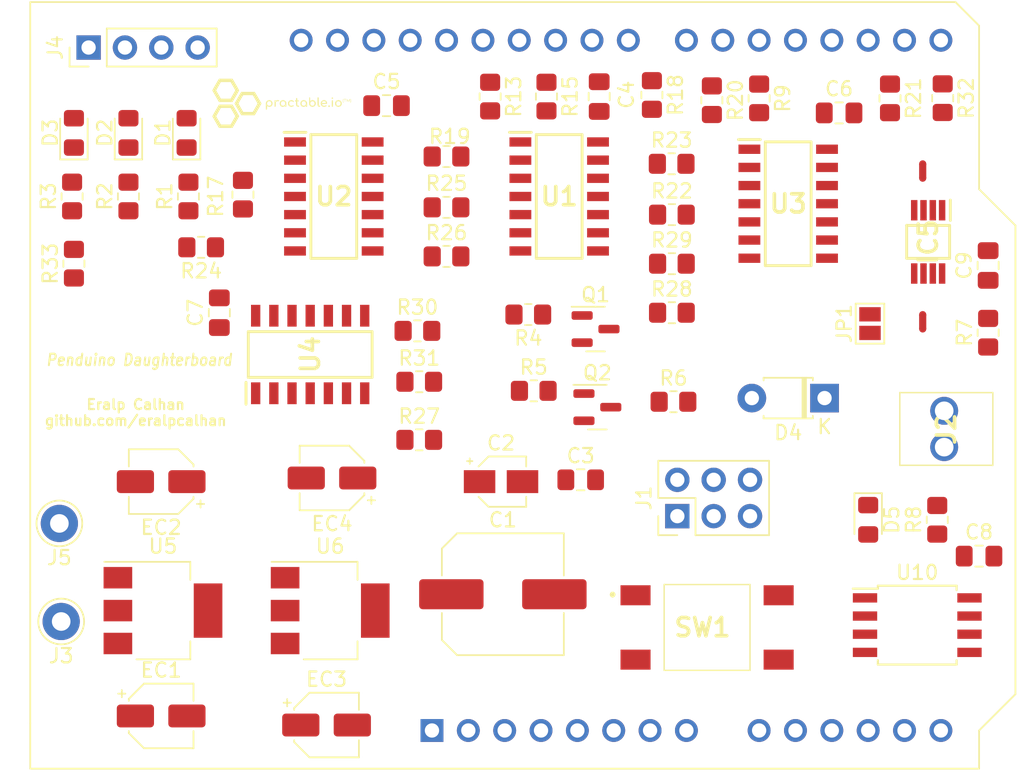
<source format=kicad_pcb>
(kicad_pcb (version 20211014) (generator pcbnew)
  (layers (0 "F.Cu" signal) (31 "B.Cu" signal) (34 "B.Paste" user) (35 "F.Paste" user) (36 "B.SilkS" user "B.Silkscreen") (37 "F.SilkS" user "F.Silkscreen") (38 "B.Mask" user) (39 "F.Mask" user) (44 "Edge.Cuts" user))
  (net 0 "")
  (net 5 "D_5V")
  (net 7 "D_GND")
  (net 9 "CURRENT_SENSE_OUT")
  (net 10 "CURRENT_SIGN_OUT")
  (net 17 "SUP_LED_2")
  (net 19 "LOAD_INPUT")
  (net 20 "STUDENT_ENABLE")
  (net 21 "STU_LED_1")
  (net 22 "STU_LED_2")
  (net 23 "STU_LED_3")
  (net 24 "SUP_LED_3")
  (net 25 "SUP_LED_1")
  (net 27 "DRIVE_INPUT")
  (net 32 "PEND_3.3V")
  (net 33 "DRIVE_GND")
  (net 34 "D_3.3V")
  (net 35 "Net-(D1-Pad1)")
  (net 36 "Net-(D1-Pad2)")
  (net 37 "Net-(D2-Pad1)")
  (net 38 "Net-(D2-Pad2)")
  (net 39 "Net-(D3-Pad1)")
  (net 40 "Net-(D3-Pad2)")
  (net 41 "Net-(D4-Pad2)")
  (net 42 "Net-(D5-Pad2)")
  (net 43 "/Linear Voltage Conversion/DRIVE_5V")
  (net 44 "Net-(IC5-Pad3)")
  (net 47 "Net-(IC5-Pad6)")
  (net 48 "Net-(J1-Pad4)")
  (net 49 "Net-(J1-Pad5)")
  (net 50 "Net-(J2-Pad2)")
  (net 51 "Net-(Q1-Pad1)")
  (net 52 "Net-(Q2-Pad1)")
  (net 53 "DRIVE_OUT")
  (net 54 "LOAD_OUT")
  (net 55 "Net-(R17-Pad1)")
  (net 56 "Net-(R19-Pad1)")
  (net 57 "Net-(R22-Pad1)")
  (net 58 "Net-(R24-Pad1)")
  (net 59 "Net-(R25-Pad1)")
  (net 60 "Net-(R26-Pad1)")
  (net 61 "Net-(R27-Pad1)")
  (net 62 "Net-(R28-Pad1)")
  (net 63 "Net-(R29-Pad1)")
  (net 64 "Net-(R30-Pad1)")
  (net 65 "Net-(R31-Pad1)")
  (net 66 "Net-(R32-Pad1)")
  (net 67 "Net-(R33-Pad1)")
  (footprint "Resistor_SMD:R_0805_2012Metric_Pad1.20x1.40mm_HandSolder" (layer "F.Cu") (at 136.017 69.723 -90)
    (fp_text reference "R13" (at 0 -1.65 90) (layer "F.SilkS"))
    (fp_text value "10k")
    (pad "1" smd roundrect (at -1 0 270) (size 1.2 1.4) (layers "F.Cu" "F.Paste" "F.Mask") (roundrect_rratio 0.208333) (net 25 "SUP_LED_1"))
    (pad "2" smd roundrect (at 1 0 270) (size 1.2 1.4) (layers "F.Cu" "F.Paste" "F.Mask") (roundrect_rratio 0.208333) (net 7 "D_GND"))
  )
  (footprint "Resistor_SMD:R_0805_2012Metric_Pad1.20x1.40mm_HandSolder" (layer "F.Cu") (at 131.064 93.726)
    (fp_text reference "R27" (at 0 -1.65) (layer "F.SilkS"))
    (fp_text value "10k")
    (pad "1" smd roundrect (at -1 0) (size 1.2 1.4) (layers "F.Cu" "F.Paste" "F.Mask") (roundrect_rratio 0.208333) (net 61 "Net-(R27-Pad1)"))
    (pad "2" smd roundrect (at 1 0) (size 1.2 1.4) (layers "F.Cu" "F.Paste" "F.Mask") (roundrect_rratio 0.208333) (net 7 "D_GND"))
  )
  (footprint "Capacitor_SMD:CP_Elec_3x5.3" (layer "F.Cu") (at 136.779 96.647)
    (fp_text reference "C2" (at 0 -2.7) (layer "F.SilkS"))
    (fp_text value "10u")
    (pad "1" smd rect (at -1.5 0) (size 2.2 1.6) (layers "F.Cu" "F.Paste" "F.Mask") (net 32 "PEND_3.3V"))
    (pad "2" smd rect (at 1.5 0) (size 2.2 1.6) (layers "F.Cu" "F.Paste" "F.Mask") (net 33 "DRIVE_GND"))
  )
  (footprint "Resistor_SMD:R_0805_2012Metric_Pad1.20x1.40mm_HandSolder" (layer "F.Cu") (at 130.937 86.106)
    (fp_text reference "R30" (at 0 -1.65) (layer "F.SilkS"))
    (fp_text value "10k")
    (pad "1" smd roundrect (at -1 0) (size 1.2 1.4) (layers "F.Cu" "F.Paste" "F.Mask") (roundrect_rratio 0.208333) (net 64 "Net-(R30-Pad1)"))
    (pad "2" smd roundrect (at 1 0) (size 1.2 1.4) (layers "F.Cu" "F.Paste" "F.Mask") (roundrect_rratio 0.208333) (net 7 "D_GND"))
  )
  (footprint "Resistor_SMD:R_0805_2012Metric_Pad1.20x1.40mm_HandSolder" (layer "F.Cu") (at 167.64 69.834 -90)
    (fp_text reference "R32" (at 0 -1.65 90) (layer "F.SilkS"))
    (fp_text value "10k")
    (pad "1" smd roundrect (at -1 0 270) (size 1.2 1.4) (layers "F.Cu" "F.Paste" "F.Mask") (roundrect_rratio 0.208333) (net 66 "Net-(R32-Pad1)"))
    (pad "2" smd roundrect (at 1 0 270) (size 1.2 1.4) (layers "F.Cu" "F.Paste" "F.Mask") (roundrect_rratio 0.208333) (net 7 "D_GND"))
  )
  (footprint "Capacitor_SMD:CP_Elec_4x5.4" (layer "F.Cu") (at 113.03 113.03)
    (fp_text reference "EC1" (at 0 -3.2) (layer "F.SilkS"))
    (fp_text value "10u")
    (pad "1" smd roundrect (at -1.8 0) (size 2.6 1.6) (layers "F.Cu" "F.Paste" "F.Mask") (roundrect_rratio 0.15625) (net 5 "D_5V"))
    (pad "2" smd roundrect (at 1.8 0) (size 2.6 1.6) (layers "F.Cu" "F.Paste" "F.Mask") (roundrect_rratio 0.15625) (net 7 "D_GND"))
  )
  (footprint "Resistor_SMD:R_0805_2012Metric_Pad1.20x1.40mm_HandSolder" (layer "F.Cu") (at 151.511 69.977 -90)
    (fp_text reference "R20" (at 0 -1.65 90) (layer "F.SilkS"))
    (fp_text value "10k")
    (pad "1" smd roundrect (at -1 0 270) (size 1.2 1.4) (layers "F.Cu" "F.Paste" "F.Mask") (roundrect_rratio 0.208333) (net 21 "STU_LED_1"))
    (pad "2" smd roundrect (at 1 0 270) (size 1.2 1.4) (layers "F.Cu" "F.Paste" "F.Mask") (roundrect_rratio 0.208333) (net 7 "D_GND"))
  )
  (footprint "Resistor_SMD:R_0805_2012Metric_Pad1.20x1.40mm_HandSolder" (layer "F.Cu") (at 114.935 76.708 90)
    (fp_text reference "R1" (at 0 -1.65 90) (layer "F.SilkS"))
    (fp_text value "330")
    (pad "1" smd roundrect (at -1 0 90) (size 1.2 1.4) (layers "F.Cu" "F.Paste" "F.Mask") (roundrect_rratio 0.208333) (net 7 "D_GND"))
    (pad "2" smd roundrect (at 1 0 90) (size 1.2 1.4) (layers "F.Cu" "F.Paste" "F.Mask") (roundrect_rratio 0.208333) (net 35 "Net-(D1-Pad1)"))
  )
  (footprint "Package_SO:SOIC127P600X175-14N" (layer "F.Cu") (at 125.095 76.708)
    (fp_text reference "U2" (at 0 0) (layer "F.SilkS") (effects (font (size 1.27 1.27) (thickness 0.254))))
    (fp_text value "4011" hide)
    (pad "1" smd rect locked (at -2.712 -3.81 90) (size 0.65 1.525) (layers "F.Cu" "F.Paste" "F.Mask") (net 24 "SUP_LED_3"))
    (pad "2" smd rect locked (at -2.712 -2.54 90) (size 0.65 1.525) (layers "F.Cu" "F.Paste" "F.Mask") (net 55 "Net-(R17-Pad1)"))
    (pad "3" smd rect locked (at -2.712 -1.27 90) (size 0.65 1.525) (layers "F.Cu" "F.Paste" "F.Mask") (net 58 "Net-(R24-Pad1)"))
    (pad "4" smd rect locked (at -2.712 0 90) (size 0.65 1.525) (layers "F.Cu" "F.Paste" "F.Mask") (net 58 "Net-(R24-Pad1)"))
    (pad "5" smd rect locked (at -2.712 1.27 90) (size 0.65 1.525) (layers "F.Cu" "F.Paste" "F.Mask") (net 58 "Net-(R24-Pad1)"))
    (pad "6" smd rect locked (at -2.712 2.54 90) (size 0.65 1.525) (layers "F.Cu" "F.Paste" "F.Mask") (net 64 "Net-(R30-Pad1)"))
    (pad "7" smd rect locked (at -2.712 3.81 90) (size 0.65 1.525) (layers "F.Cu" "F.Paste" "F.Mask") (net 7 "D_GND"))
    (pad "8" smd rect locked (at 2.712 3.81 90) (size 0.65 1.525) (layers "F.Cu" "F.Paste" "F.Mask") (net 60 "Net-(R26-Pad1)"))
    (pad "9" smd rect locked (at 2.712 2.54 90) (size 0.65 1.525) (layers "F.Cu" "F.Paste" "F.Mask") (net 20 "STUDENT_ENABLE"))
    (pad "10" smd rect locked (at 2.712 1.27 90) (size 0.65 1.525) (layers "F.Cu" "F.Paste" "F.Mask") (net 23 "STU_LED_3"))
    (pad "11" smd rect locked (at 2.712 0 90) (size 0.65 1.525) (layers "F.Cu" "F.Paste" "F.Mask") (net 65 "Net-(R31-Pad1)"))
    (pad "12" smd rect locked (at 2.712 -1.27 90) (size 0.65 1.525) (layers "F.Cu" "F.Paste" "F.Mask") (net 60 "Net-(R26-Pad1)"))
    (pad "13" smd rect locked (at 2.712 -2.54 90) (size 0.65 1.525) (layers "F.Cu" "F.Paste" "F.Mask") (net 60 "Net-(R26-Pad1)"))
    (pad "14" smd rect locked (at 2.712 -3.81 90) (size 0.65 1.525) (layers "F.Cu" "F.Paste" "F.Mask") (net 34 "D_3.3V"))
  )
  (footprint "Resistor_SMD:R_0805_2012Metric_Pad1.20x1.40mm_HandSolder" (layer "F.Cu") (at 148.701 74.422)
    (fp_text reference "R23" (at 0 -1.65) (layer "F.SilkS"))
    (fp_text value "10k")
    (pad "1" smd roundrect (at -1 0) (size 1.2 1.4) (layers "F.Cu" "F.Paste" "F.Mask") (roundrect_rratio 0.208333) (net 22 "STU_LED_2"))
    (pad "2" smd roundrect (at 1 0) (size 1.2 1.4) (layers "F.Cu" "F.Paste" "F.Mask") (roundrect_rratio 0.208333) (net 7 "D_GND"))
  )
  (footprint "Connector_Pin:Pin_D1.3mm_L11.0mm" (layer "F.Cu") (at 105.918 99.568)
    (fp_text reference "J5" (at 0 2.4) (layer "F.SilkS"))
    (fp_text value "DRIVE_GND")
    (pad "1" thru_hole circle (at 0 0) (size 2.6 2.6) (drill 1.3) (layers *.Cu *.Mask) (net 33 "DRIVE_GND"))
  )
  (footprint "Resistor_SMD:R_0805_2012Metric_Pad1.20x1.40mm_HandSolder" (layer "F.Cu") (at 110.744 76.708 90)
    (fp_text reference "R2" (at 0 -1.65 90) (layer "F.SilkS"))
    (fp_text value "330")
    (pad "1" smd roundrect (at -1 0 90) (size 1.2 1.4) (layers "F.Cu" "F.Paste" "F.Mask") (roundrect_rratio 0.208333) (net 7 "D_GND"))
    (pad "2" smd roundrect (at 1 0 90) (size 1.2 1.4) (layers "F.Cu" "F.Paste" "F.Mask") (roundrect_rratio 0.208333) (net 37 "Net-(D2-Pad1)"))
  )
  (footprint "Resistor_SMD:R_0805_2012Metric_Pad1.20x1.40mm_HandSolder" (layer "F.Cu") (at 170.815 86.233 90)
    (fp_text reference "R7" (at 0 -1.65 90) (layer "F.SilkS"))
    (fp_text value "10R")
    (pad "1" smd roundrect (at -1 0 90) (size 1.2 1.4) (layers "F.Cu" "F.Paste" "F.Mask") (roundrect_rratio 0.208333) (net 41 "Net-(D4-Pad2)"))
    (pad "2" smd roundrect (at 1 0 90) (size 1.2 1.4) (layers "F.Cu" "F.Paste" "F.Mask") (roundrect_rratio 0.208333) (net 50 "Net-(J2-Pad2)"))
  )
  (footprint "Resistor_SMD:R_0805_2012Metric_Pad1.20x1.40mm_HandSolder" (layer "F.Cu") (at 148.717 77.978)
    (fp_text reference "R22" (at 0 -1.65) (layer "F.SilkS"))
    (fp_text value "10k")
    (pad "1" smd roundrect (at -1 0) (size 1.2 1.4) (layers "F.Cu" "F.Paste" "F.Mask") (roundrect_rratio 0.208333) (net 57 "Net-(R22-Pad1)"))
    (pad "2" smd roundrect (at 1 0) (size 1.2 1.4) (layers "F.Cu" "F.Paste" "F.Mask") (roundrect_rratio 0.208333) (net 7 "D_GND"))
  )
  (footprint "Package_SO:SOIC-8W_5.3x5.3mm_P1.27mm" (layer "F.Cu") (at 165.862 106.68)
    (fp_text reference "U10" (at 0 -3.68) (layer "F.SilkS"))
    (fp_text value "ATtiny85-20S")
    (pad "1" smd rect (at -3.65 -1.905) (size 1.7 0.65) (layers "F.Cu" "F.Paste" "F.Mask") (net 49 "Net-(J1-Pad5)"))
    (pad "2" smd rect (at -3.65 -0.635) (size 1.7 0.65) (layers "F.Cu" "F.Paste" "F.Mask") (net 54 "LOAD_OUT"))
    (pad "3" smd rect (at -3.65 0.635) (size 1.7 0.65) (layers "F.Cu" "F.Paste" "F.Mask") (net 53 "DRIVE_OUT"))
    (pad "4" smd rect (at -3.65 1.905) (size 1.7 0.65) (layers "F.Cu" "F.Paste" "F.Mask") (net 33 "DRIVE_GND"))
    (pad "5" smd rect (at 3.65 1.905) (size 1.7 0.65) (layers "F.Cu" "F.Paste" "F.Mask") (net 48 "Net-(J1-Pad4)"))
    (pad "6" smd rect (at 3.65 0.635) (size 1.7 0.65) (layers "F.Cu" "F.Paste" "F.Mask") (net 19 "LOAD_INPUT"))
    (pad "7" smd rect (at 3.65 -0.635) (size 1.7 0.65) (layers "F.Cu" "F.Paste" "F.Mask") (net 27 "DRIVE_INPUT"))
    (pad "8" smd rect (at 3.65 -1.905) (size 1.7 0.65) (layers "F.Cu" "F.Paste" "F.Mask") (net 32 "PEND_3.3V"))
  )
  (footprint "LED_SMD:LED_0805_2012Metric_Pad1.15x1.40mm_HandSolder" (layer "F.Cu") (at 106.934 72.263 90)
    (fp_text reference "D3" (at 0 -1.65 90) (layer "F.SilkS"))
    (fp_text value "LED")
    (pad "1" smd roundrect (at -1.025 0 90) (size 1.15 1.4) (layers "F.Cu" "F.Paste" "F.Mask") (roundrect_rratio 0.217391) (net 39 "Net-(D3-Pad1)"))
    (pad "2" smd roundrect (at 1.025 0 90) (size 1.15 1.4) (layers "F.Cu" "F.Paste" "F.Mask") (roundrect_rratio 0.217391) (net 40 "Net-(D3-Pad2)"))
  )
  (footprint "Capacitor_SMD:C_0805_2012Metric_Pad1.18x1.45mm_HandSolder" (layer "F.Cu") (at 117.094 84.836 90)
    (fp_text reference "C7" (at 0 -1.68 90) (layer "F.SilkS"))
    (fp_text value "0.1uF")
    (pad "1" smd roundrect (at -1.0375 0 90) (size 1.175 1.45) (layers "F.Cu" "F.Paste" "F.Mask") (roundrect_rratio 0.212766) (net 34 "D_3.3V"))
    (pad "2" smd roundrect (at 1.0375 0 90) (size 1.175 1.45) (layers "F.Cu" "F.Paste" "F.Mask") (roundrect_rratio 0.212766) (net 7 "D_GND"))
  )
  (footprint "NetTie:NetTie-2_SMD_Pad0.5mm" (layer "F.Cu") (at 166.243 85.471 90)
    (fp_text reference "NT2" hide)
    (fp_text value "NetTie_2")
    (fp_poly (pts (xy -0.5 -0.25) (xy 0.5 -0.25) (xy 0.5 0.25) (xy -0.5 0.25)) (layer "F.Cu") (width 0) (fill solid))
    (pad "1" smd circle (at -0.5 0 90) (size 0.5 0.5) (layers "F.Cu") (net 47 "Net-(IC5-Pad6)"))
    (pad "2" smd circle (at 0.5 0 90) (size 0.5 0.5) (layers "F.Cu") (net 32 "PEND_3.3V"))
  )
  (footprint "Resistor_SMD:R_0805_2012Metric_Pad1.20x1.40mm_HandSolder" (layer "F.Cu") (at 132.969 73.914 180)
    (fp_text reference "R19" (at -0.227064 1.397) (layer "F.SilkS"))
    (fp_text value "10k")
    (pad "1" smd roundrect (at -1 0 180) (size 1.2 1.4) (layers "F.Cu" "F.Paste" "F.Mask") (roundrect_rratio 0.208333) (net 56 "Net-(R19-Pad1)"))
    (pad "2" smd roundrect (at 1 0 180) (size 1.2 1.4) (layers "F.Cu" "F.Paste" "F.Mask") (roundrect_rratio 0.208333) (net 7 "D_GND"))
  )
  (footprint "Connector_PinHeader_2.54mm:PinHeader_2x03_P2.54mm_Vertical" (layer "F.Cu") (at 149.098 99.06 90)
    (fp_text reference "J1" (at 1.27 -2.33 90) (layer "F.SilkS"))
    (fp_text value "AVR-ISP-6")
    (pad "1" thru_hole rect (at 0 0 90) (size 1.7 1.7) (drill 1) (layers *.Cu *.Mask) (net 19 "LOAD_INPUT"))
    (pad "2" thru_hole oval (at 2.54 0 90) (size 1.7 1.7) (drill 1) (layers *.Cu *.Mask) (net 32 "PEND_3.3V"))
    (pad "3" thru_hole oval (at 0 2.54 90) (size 1.7 1.7) (drill 1) (layers *.Cu *.Mask) (net 27 "DRIVE_INPUT"))
    (pad "4" thru_hole oval (at 2.54 2.54 90) (size 1.7 1.7) (drill 1) (layers *.Cu *.Mask) (net 48 "Net-(J1-Pad4)"))
    (pad "5" thru_hole oval (at 0 5.08 90) (size 1.7 1.7) (drill 1) (layers *.Cu *.Mask) (net 49 "Net-(J1-Pad5)"))
    (pad "6" thru_hole oval (at 2.54 5.08 90) (size 1.7 1.7) (drill 1) (layers *.Cu *.Mask) (net 33 "DRIVE_GND"))
  )
  (footprint "Audio_Module:Infineon Motor Sheild hiddenPins" (layer "F.Cu") (at 112.268 94.361 90)
    (fp_text reference "A1" hide)
    (fp_text value "Infineon Motor Shield MOD" hide)
    (pad "1" thru_hole rect (at -19.685 19.685 90) (size 1.6 1.6) (drill 1) (layers *.Cu *.Mask))
    (pad "2" thru_hole oval (at -19.685 22.225 90) (size 1.6 1.6) (drill 1) (layers *.Cu *.Mask))
    (pad "3" thru_hole oval (at -19.685 24.765 90) (size 1.6 1.6) (drill 1) (layers *.Cu *.Mask))
    (pad "4" thru_hole oval (at -19.685 27.305 90) (size 1.6 1.6) (drill 1) (layers *.Cu *.Mask))
    (pad "5" thru_hole oval (at -19.685 29.845 90) (size 1.6 1.6) (drill 1) (layers *.Cu *.Mask) (net 5 "D_5V"))
    (pad "6" thru_hole oval (at -19.685 32.385 90) (size 1.6 1.6) (drill 1) (layers *.Cu *.Mask))
    (pad "7" thru_hole oval (at -19.685 34.925 90) (size 1.6 1.6) (drill 1) (layers *.Cu *.Mask) (net 7 "D_GND"))
    (pad "8" thru_hole oval (at -19.685 37.465 90) (size 1.6 1.6) (drill 1) (layers *.Cu *.Mask))
    (pad "9" thru_hole oval (at -19.685 42.545 90) (size 1.6 1.6) (drill 1) (layers *.Cu *.Mask) (net 9 "CURRENT_SENSE_OUT"))
    (pad "10" thru_hole oval (at -19.685 45.085 90) (size 1.6 1.6) (drill 1) (layers *.Cu *.Mask) (net 10 "CURRENT_SIGN_OUT"))
    (pad "11" thru_hole oval (at -19.685 47.625 90) (size 1.6 1.6) (drill 1) (layers *.Cu *.Mask))
    (pad "12" thru_hole oval (at -19.685 50.165 90) (size 1.6 1.6) (drill 1) (layers *.Cu *.Mask))
    (pad "13" thru_hole oval (at -19.685 52.705 90) (size 1.6 1.6) (drill 1) (layers *.Cu *.Mask))
    (pad "14" thru_hole oval (at -19.685 55.245 90) (size 1.6 1.6) (drill 1) (layers *.Cu *.Mask))
    (pad "15" thru_hole oval (at 28.575 55.245 90) (size 1.6 1.6) (drill 1) (layers *.Cu *.Mask))
    (pad "16" thru_hole oval (at 28.575 52.705 90) (size 1.6 1.6) (drill 1) (layers *.Cu *.Mask))
    (pad "17" thru_hole oval (at 28.575 50.165 90) (size 1.6 1.6) (drill 1) (layers *.Cu *.Mask) (net 17 "SUP_LED_2"))
    (pad "18" thru_hole oval (at 28.575 47.625 90) (size 1.6 1.6) (drill 1) (layers *.Cu *.Mask))
    (pad "19" thru_hole oval (at 28.575 45.085 90) (size 1.6 1.6) (drill 1) (layers *.Cu *.Mask) (net 19 "LOAD_INPUT"))
    (pad "20" thru_hole oval (at 28.575 42.545 90) (size 1.6 1.6) (drill 1) (layers *.Cu *.Mask) (net 20 "STUDENT_ENABLE"))
    (pad "21" thru_hole oval (at 28.575 40.005 90) (size 1.6 1.6) (drill 1) (layers *.Cu *.Mask) (net 21 "STU_LED_1"))
    (pad "22" thru_hole oval (at 28.575 37.465 90) (size 1.6 1.6) (drill 1) (layers *.Cu *.Mask) (net 22 "STU_LED_2"))
    (pad "23" thru_hole oval (at 28.575 33.405 90) (size 1.6 1.6) (drill 1) (layers *.Cu *.Mask) (net 23 "STU_LED_3"))
    (pad "24" thru_hole oval (at 28.575 30.865 90) (size 1.6 1.6) (drill 1) (layers *.Cu *.Mask) (net 24 "SUP_LED_3"))
    (pad "25" thru_hole oval (at 28.575 28.325 90) (size 1.6 1.6) (drill 1) (layers *.Cu *.Mask) (net 25 "SUP_LED_1"))
    (pad "26" thru_hole oval (at 28.575 25.785 90) (size 1.6 1.6) (drill 1) (layers *.Cu *.Mask))
    (pad "27" thru_hole oval (at 28.575 23.245 90) (size 1.6 1.6) (drill 1) (layers *.Cu *.Mask) (net 27 "DRIVE_INPUT"))
    (pad "28" thru_hole oval (at 28.575 20.705 90) (size 1.6 1.6) (drill 1) (layers *.Cu *.Mask) (net 27 "DRIVE_INPUT"))
    (pad "29" thru_hole oval (at 28.575 18.165 90) (size 1.6 1.6) (drill 1) (layers *.Cu *.Mask))
    (pad "30" thru_hole oval (at 28.575 15.625 90) (size 1.6 1.6) (drill 1) (layers *.Cu *.Mask))
    (pad "31" thru_hole oval (at 28.575 13.085 90) (size 1.6 1.6) (drill 1) (layers *.Cu *.Mask))
    (pad "32" thru_hole oval (at 28.575 10.545 90) (size 1.6 1.6) (drill 1) (layers *.Cu *.Mask))
  )
  (footprint "LED_SMD:LED_0805_2012Metric_Pad1.15x1.40mm_HandSolder" (layer "F.Cu") (at 110.744 72.263 90)
    (fp_text reference "D2" (at 0 -1.65 90) (layer "F.SilkS"))
    (fp_text value "LED")
    (pad "1" smd roundrect (at -1.025 0 90) (size 1.15 1.4) (layers "F.Cu" "F.Paste" "F.Mask") (roundrect_rratio 0.217391) (net 37 "Net-(D2-Pad1)"))
    (pad "2" smd roundrect (at 1.025 0 90) (size 1.15 1.4) (layers "F.Cu" "F.Paste" "F.Mask") (roundrect_rratio 0.217391) (net 38 "Net-(D2-Pad2)"))
  )
  (footprint "Package_TO_SOT_SMD:SOT-23" (layer "F.Cu") (at 143.383 85.979)
    (fp_text reference "Q1" (at 0 -2.4) (layer "F.SilkS"))
    (fp_text value "BC858W")
    (pad "1" smd roundrect (at -0.9375 -0.95) (size 1.475 0.6) (layers "F.Cu" "F.Paste" "F.Mask") (net 51 "Net-(Q1-Pad1)"))
    (pad "2" smd roundrect (at -0.9375 0.95) (size 1.475 0.6) (layers "F.Cu" "F.Paste" "F.Mask") (net 32 "PEND_3.3V"))
    (pad "3" smd roundrect (at 0.9375 0) (size 1.475 0.6) (layers "F.Cu" "F.Paste" "F.Mask") (net 41 "Net-(D4-Pad2)"))
  )
  (footprint "Jumper:SolderJumper-2_P1.3mm_Open_Pad1.0x1.5mm" (layer "F.Cu") (at 162.56 85.598 90)
    (fp_text reference "JP1" (at 0 -1.8 90) (layer "F.SilkS"))
    (fp_text value "Shunt Bypass")
    (pad "1" smd rect (at -0.65 0 90) (size 1 1.5) (layers "F.Cu" "F.Mask") (net 41 "Net-(D4-Pad2)"))
    (pad "2" smd rect (at 0.65 0 90) (size 1 1.5) (layers "F.Cu" "F.Mask") (net 50 "Net-(J2-Pad2)"))
  )
  (footprint "Resistor_SMD:R_0805_2012Metric_Pad1.20x1.40mm_HandSolder" (layer "F.Cu") (at 148.717 84.836)
    (fp_text reference "R28" (at 0 -1.65) (layer "F.SilkS"))
    (fp_text value "10k")
    (pad "1" smd roundrect (at -1 0) (size 1.2 1.4) (layers "F.Cu" "F.Paste" "F.Mask") (roundrect_rratio 0.208333) (net 62 "Net-(R28-Pad1)"))
    (pad "2" smd roundrect (at 1 0) (size 1.2 1.4) (layers "F.Cu" "F.Paste" "F.Mask") (roundrect_rratio 0.208333) (net 7 "D_GND"))
  )
  (footprint "Resistor_SMD:R_0805_2012Metric_Pad1.20x1.40mm_HandSolder" (layer "F.Cu") (at 106.934 81.407 90)
    (fp_text reference "R33" (at 0 -1.65 90) (layer "F.SilkS"))
    (fp_text value "10k")
    (pad "1" smd roundrect (at -1 0 90) (size 1.2 1.4) (layers "F.Cu" "F.Paste" "F.Mask") (roundrect_rratio 0.208333) (net 67 "Net-(R33-Pad1)"))
    (pad "2" smd roundrect (at 1 0 90) (size 1.2 1.4) (layers "F.Cu" "F.Paste" "F.Mask") (roundrect_rratio 0.208333) (net 7 "D_GND"))
  )
  (footprint "Resistor_SMD:R_0805_2012Metric_Pad1.20x1.40mm_HandSolder" (layer "F.Cu") (at 139.065 90.297)
    (fp_text reference "R5" (at 0 -1.65) (layer "F.SilkS"))
    (fp_text value "2k2")
    (pad "1" smd roundrect (at -1 0) (size 1.2 1.4) (layers "F.Cu" "F.Paste" "F.Mask") (roundrect_rratio 0.208333) (net 52 "Net-(Q2-Pad1)"))
    (pad "2" smd roundrect (at 1 0) (size 1.2 1.4) (layers "F.Cu" "F.Paste" "F.Mask") (roundrect_rratio 0.208333) (net 54 "LOAD_OUT"))
  )
  (footprint "Resistor_SMD:R_0805_2012Metric_Pad1.20x1.40mm_HandSolder" (layer "F.Cu") (at 131.064 89.662)
    (fp_text reference "R31" (at 0 -1.65) (layer "F.SilkS"))
    (fp_text value "10k")
    (pad "1" smd roundrect (at -1 0) (size 1.2 1.4) (layers "F.Cu" "F.Paste" "F.Mask") (roundrect_rratio 0.208333) (net 65 "Net-(R31-Pad1)"))
    (pad "2" smd roundrect (at 1 0) (size 1.2 1.4) (layers "F.Cu" "F.Paste" "F.Mask") (roundrect_rratio 0.208333) (net 7 "D_GND"))
  )
  (footprint "Package_SO:SOIC127P600X175-14N" (layer "F.Cu") (at 140.843 76.708)
    (fp_text reference "U1" (at 0 0) (layer "F.SilkS") (effects (font (size 1.27 1.27) (thickness 0.254))))
    (fp_text value "4081" hide)
    (pad "1" smd rect locked (at -2.712 -3.81 90) (size 0.65 1.525) (layers "F.Cu" "F.Paste" "F.Mask") (net 25 "SUP_LED_1"))
    (pad "2" smd rect locked (at -2.712 -2.54 90) (size 0.65 1.525) (layers "F.Cu" "F.Paste" "F.Mask") (net 56 "Net-(R19-Pad1)"))
    (pad "3" smd rect locked (at -2.712 -1.27 90) (size 0.65 1.525) (layers "F.Cu" "F.Paste" "F.Mask") (net 59 "Net-(R25-Pad1)"))
    (pad "4" smd rect locked (at -2.712 0 90) (size 0.65 1.525) (layers "F.Cu" "F.Paste" "F.Mask") (net 20 "STUDENT_ENABLE"))
    (pad "5" smd rect locked (at -2.712 1.27 90) (size 0.65 1.525) (layers "F.Cu" "F.Paste" "F.Mask") (net 21 "STU_LED_1"))
    (pad "6" smd rect locked (at -2.712 2.54 90) (size 0.65 1.525) (layers "F.Cu" "F.Paste" "F.Mask") (net 61 "Net-(R27-Pad1)"))
    (pad "7" smd rect locked (at -2.712 3.81 90) (size 0.65 1.525) (layers "F.Cu" "F.Paste" "F.Mask") (net 7 "D_GND"))
    (pad "8" smd rect locked (at 2.712 3.81 90) (size 0.65 1.525) (layers "F.Cu" "F.Paste" "F.Mask") (net 62 "Net-(R28-Pad1)"))
    (pad "9" smd rect locked (at 2.712 2.54 90) (size 0.65 1.525) (layers "F.Cu" "F.Paste" "F.Mask") (net 17 "SUP_LED_2"))
    (pad "10" smd rect locked (at 2.712 1.27 90) (size 0.65 1.525) (layers "F.Cu" "F.Paste" "F.Mask") (net 57 "Net-(R22-Pad1)"))
    (pad "11" smd rect locked (at 2.712 0 90) (size 0.65 1.525) (layers "F.Cu" "F.Paste" "F.Mask") (net 63 "Net-(R29-Pad1)"))
    (pad "12" smd rect locked (at 2.712 -1.27 90) (size 0.65 1.525) (layers "F.Cu" "F.Paste" "F.Mask") (net 20 "STUDENT_ENABLE"))
    (pad "13" smd rect locked (at 2.712 -2.54 90) (size 0.65 1.525) (layers "F.Cu" "F.Paste" "F.Mask") (net 22 "STU_LED_2"))
    (pad "14" smd rect locked (at 2.712 -3.81 90) (size 0.65 1.525) (layers "F.Cu" "F.Paste" "F.Mask") (net 34 "D_3.3V"))
  )
  (footprint "Connector_Molex:RSPROPenduinoTerminal" (layer "F.Cu") (at 167.744 94.234 90)
    (fp_text reference "J2" (at 1.27 0.15 90) (layer "F.SilkS") (effects (font (size 1.27 1.27) (thickness 0.254))))
    (fp_text value "Coil" hide)
    (pad "" np_thru_hole circle locked (at 2.54 2.54 90) (size 1.3 1.3) (drill 1.3) (layers *.Cu *.Mask))
    (pad "" np_thru_hole circle locked (at 0 2.54 90) (size 1.3 1.3) (drill 1.3) (layers *.Cu *.Mask))
    (pad "1" thru_hole circle locked (at 0 0 90) (size 1.95 1.95) (drill 1.3) (layers *.Cu *.Mask) (net 33 "DRIVE_GND"))
    (pad "2" thru_hole circle locked (at 2.54 0 90) (size 1.95 1.95) (drill 1.3) (layers *.Cu *.Mask) (net 50 "Net-(J2-Pad2)"))
  )
  (footprint "LED_SMD:LED_0805_2012Metric_Pad1.15x1.40mm_HandSolder" (layer "F.Cu") (at 162.433 99.314 -90)
    (fp_text reference "D5" (at 0 -1.65 90) (layer "F.SilkS"))
    (fp_text value "LED")
    (pad "1" smd roundrect (at -1.025 0 270) (size 1.15 1.4) (layers "F.Cu" "F.Paste" "F.Mask") (roundrect_rratio 0.217391) (net 33 "DRIVE_GND"))
    (pad "2" smd roundrect (at 1.025 0 270) (size 1.15 1.4) (layers "F.Cu" "F.Paste" "F.Mask") (roundrect_rratio 0.217391) (net 42 "Net-(D5-Pad2)"))
  )
  (footprint "Resistor_SMD:R_0805_2012Metric_Pad1.20x1.40mm_HandSolder" (layer "F.Cu") (at 115.824 80.264 180)
    (fp_text reference "R24" (at 0 -1.65) (layer "F.SilkS"))
    (fp_text value "10k")
    (pad "1" smd roundrect (at -1 0 180) (size 1.2 1.4) (layers "F.Cu" "F.Paste" "F.Mask") (roundrect_rratio 0.208333) (net 58 "Net-(R24-Pad1)"))
    (pad "2" smd roundrect (at 1 0 180) (size 1.2 1.4) (layers "F.Cu" "F.Paste" "F.Mask") (roundrect_rratio 0.208333) (net 7 "D_GND"))
  )
  (footprint "Capacitor_SMD:CP_Elec_4x5.4" (layer "F.Cu") (at 124.587 113.665)
    (fp_text reference "EC3" (at 0 -3.2) (layer "F.SilkS"))
    (fp_text value "10u")
    (pad "1" smd roundrect (at -1.8 0) (size 2.6 1.6) (layers "F.Cu" "F.Paste" "F.Mask") (roundrect_rratio 0.15625) (net 43 "/Linear Voltage Conversion/DRIVE_5V"))
    (pad "2" smd roundrect (at 1.8 0) (size 2.6 1.6) (layers "F.Cu" "F.Paste" "F.Mask") (roundrect_rratio 0.15625) (net 33 "DRIVE_GND"))
  )
  (footprint "Resistor_SMD:R_0805_2012Metric_Pad1.20x1.40mm_HandSolder" (layer "F.Cu") (at 148.828 91.059)
    (fp_text reference "R6" (at 0 -1.65) (layer "F.SilkS"))
    (fp_text value "100k")
    (pad "1" smd roundrect (at -1 0) (size 1.2 1.4) (layers "F.Cu" "F.Paste" "F.Mask") (roundrect_rratio 0.208333) (net 49 "Net-(J1-Pad5)"))
    (pad "2" smd roundrect (at 1 0) (size 1.2 1.4) (layers "F.Cu" "F.Paste" "F.Mask") (roundrect_rratio 0.208333) (net 32 "PEND_3.3V"))
  )
  (footprint "Resistor_SMD:R_0805_2012Metric_Pad1.20x1.40mm_HandSolder" (layer "F.Cu") (at 148.717 81.407)
    (fp_text reference "R29" (at 0 -1.65) (layer "F.SilkS"))
    (fp_text value "10k")
    (pad "1" smd roundrect (at -1 0) (size 1.2 1.4) (layers "F.Cu" "F.Paste" "F.Mask") (roundrect_rratio 0.208333) (net 63 "Net-(R29-Pad1)"))
    (pad "2" smd roundrect (at 1 0) (size 1.2 1.4) (layers "F.Cu" "F.Paste" "F.Mask") (roundrect_rratio 0.208333) (net 7 "D_GND"))
  )
  (footprint "Resistor_SMD:R_0805_2012Metric_Pad1.20x1.40mm_HandSolder" (layer "F.Cu") (at 132.969 77.47 180)
    (fp_text reference "R25" (at 0 1.678) (layer "F.SilkS"))
    (fp_text value "10k")
    (pad "1" smd roundrect (at -1 0 180) (size 1.2 1.4) (layers "F.Cu" "F.Paste" "F.Mask") (roundrect_rratio 0.208333) (net 59 "Net-(R25-Pad1)"))
    (pad "2" smd roundrect (at 1 0 180) (size 1.2 1.4) (layers "F.Cu" "F.Paste" "F.Mask") (roundrect_rratio 0.208333) (net 7 "D_GND"))
  )
  (footprint "Capacitor_SMD:C_0805_2012Metric_Pad1.18x1.45mm_HandSolder" (layer "F.Cu") (at 128.778 70.358)
    (fp_text reference "C5" (at 0 -1.68) (layer "F.SilkS"))
    (fp_text value "0.1uF")
    (pad "1" smd roundrect (at -1.0375 0) (size 1.175 1.45) (layers "F.Cu" "F.Paste" "F.Mask") (roundrect_rratio 0.212766) (net 34 "D_3.3V"))
    (pad "2" smd roundrect (at 1.0375 0) (size 1.175 1.45) (layers "F.Cu" "F.Paste" "F.Mask") (roundrect_rratio 0.212766) (net 7 "D_GND"))
  )
  (footprint "Resistor_SMD:R_0805_2012Metric_Pad1.20x1.40mm_HandSolder" (layer "F.Cu") (at 163.957 69.85 -90)
    (fp_text reference "R21" (at 0 -1.65 90) (layer "F.SilkS"))
    (fp_text value "10k")
    (pad "1" smd roundrect (at -1 0 270) (size 1.2 1.4) (layers "F.Cu" "F.Paste" "F.Mask") (roundrect_rratio 0.208333) (net 17 "SUP_LED_2"))
    (pad "2" smd roundrect (at 1 0 270) (size 1.2 1.4) (layers "F.Cu" "F.Paste" "F.Mask") (roundrect_rratio 0.208333) (net 7 "D_GND"))
  )
  (footprint "Resistor_SMD:R_0805_2012Metric_Pad1.20x1.40mm_HandSolder" (layer "F.Cu") (at 118.745 76.581 -90)
    (fp_text reference "R17" (at 0.127 1.905 90) (layer "F.SilkS"))
    (fp_text value "10k")
    (pad "1" smd roundrect (at -1 0 270) (size 1.2 1.4) (layers "F.Cu" "F.Paste" "F.Mask") (roundrect_rratio 0.208333) (net 55 "Net-(R17-Pad1)"))
    (pad "2" smd roundrect (at 1 0 270) (size 1.2 1.4) (layers "F.Cu" "F.Paste" "F.Mask") (roundrect_rratio 0.208333) (net 7 "D_GND"))
  )
  (footprint "Resistor_SMD:R_0805_2012Metric_Pad1.20x1.40mm_HandSolder" (layer "F.Cu") (at 106.807 76.708 90)
    (fp_text reference "R3" (at 0 -1.65 90) (layer "F.SilkS"))
    (fp_text value "680")
    (pad "1" smd roundrect (at -1 0 90) (size 1.2 1.4) (layers "F.Cu" "F.Paste" "F.Mask") (roundrect_rratio 0.208333) (net 7 "D_GND"))
    (pad "2" smd roundrect (at 1 0 90) (size 1.2 1.4) (layers "F.Cu" "F.Paste" "F.Mask") (roundrect_rratio 0.208333) (net 39 "Net-(D3-Pad1)"))
  )
  (footprint "Resistor_SMD:R_0805_2012Metric_Pad1.20x1.40mm_HandSolder" (layer "F.Cu") (at 154.813 69.85 -90)
    (fp_text reference "R9" (at 0 -1.65 90) (layer "F.SilkS"))
    (fp_text value "10k")
    (pad "1" smd roundrect (at -1 0 270) (size 1.2 1.4) (layers "F.Cu" "F.Paste" "F.Mask") (roundrect_rratio 0.208333) (net 20 "STUDENT_ENABLE"))
    (pad "2" smd roundrect (at 1 0 270) (size 1.2 1.4) (layers "F.Cu" "F.Paste" "F.Mask") (roundrect_rratio 0.208333) (net 7 "D_GND"))
  )
  (footprint "Connector_Pin:Pin_D1.3mm_L11.0mm" (layer "F.Cu") (at 106.045 106.426)
    (fp_text reference "J3" (at 0 2.4) (layer "F.SilkS"))
    (fp_text value "DRIVE_5V")
    (pad "1" thru_hole circle (at 0 0) (size 2.6 2.6) (drill 1.3) (layers *.Cu *.Mask) (net 43 "/Linear Voltage Conversion/DRIVE_5V"))
  )
  (footprint "LED_SMD:LED_0805_2012Metric_Pad1.15x1.40mm_HandSolder" (layer "F.Cu") (at 114.808 72.263 90)
    (fp_text reference "D1" (at 0 -1.65 90) (layer "F.SilkS"))
    (fp_text value "LED")
    (pad "1" smd roundrect (at -1.025 0 90) (size 1.15 1.4) (layers "F.Cu" "F.Paste" "F.Mask") (roundrect_rratio 0.217391) (net 35 "Net-(D1-Pad1)"))
    (pad "2" smd roundrect (at 1.025 0 90) (size 1.15 1.4) (layers "F.Cu" "F.Paste" "F.Mask") (roundrect_rratio 0.217391) (net 36 "Net-(D1-Pad2)"))
  )
  (footprint "Capacitor_SMD:C_0805_2012Metric_Pad1.18x1.45mm_HandSolder" (layer "F.Cu") (at 160.401 70.866)
    (fp_text reference "C6" (at 0 -1.68) (layer "F.SilkS"))
    (fp_text value "0.1uF")
    (pad "1" smd roundrect (at -1.0375 0) (size 1.175 1.45) (layers "F.Cu" "F.Paste" "F.Mask") (roundrect_rratio 0.212766) (net 34 "D_3.3V"))
    (pad "2" smd roundrect (at 1.0375 0) (size 1.175 1.45) (layers "F.Cu" "F.Paste" "F.Mask") (roundrect_rratio 0.212766) (net 7 "D_GND"))
  )
  (footprint "Package_TO_SOT_SMD:SOT-223-3_TabPin2" (layer "F.Cu") (at 113.157 105.664)
    (fp_text reference "U5" (at 0 -4.5) (layer "F.SilkS"))
    (fp_text value "AMS1117-3.3")
    (pad "1" smd rect (at -3.15 -2.3) (size 2 1.5) (layers "F.Cu" "F.Paste" "F.Mask") (net 7 "D_GND"))
    (pad "2" smd rect (at -3.15 0) (size 2 1.5) (layers "F.Cu" "F.Paste" "F.Mask") (net 34 "D_3.3V"))
    (pad "2" smd rect (at 3.15 0) (size 2 3.8) (layers "F.Cu" "F.Paste" "F.Mask") (net 34 "D_3.3V"))
    (pad "3" smd rect (at -3.15 2.3) (size 2 1.5) (layers "F.Cu" "F.Paste" "F.Mask") (net 5 "D_5V"))
  )
  (footprint "Capacitor_SMD:CP_Elec_4x5.4" (layer "F.Cu") (at 113.03 96.647 180)
    (fp_text reference "EC2" (at 0 -3.2) (layer "F.SilkS"))
    (fp_text value "10u")
    (pad "1" smd roundrect (at -1.8 0 180) (size 2.6 1.6) (layers "F.Cu" "F.Paste" "F.Mask") (roundrect_rratio 0.15625) (net 34 "D_3.3V"))
    (pad "2" smd roundrect (at 1.8 0 180) (size 2.6 1.6) (layers "F.Cu" "F.Paste" "F.Mask") (roundrect_rratio 0.15625) (net 7 "D_GND"))
  )
  (footprint "Capacitor_SMD:C_0805_2012Metric_Pad1.18x1.45mm_HandSolder" (layer "F.Cu") (at 170.18 101.854)
    (fp_text reference "C8" (at 0 -1.68) (layer "F.SilkS"))
    (fp_text value "100nF")
    (pad "1" smd roundrect (at -1.0375 0) (size 1.175 1.45) (layers "F.Cu" "F.Paste" "F.Mask") (roundrect_rratio 0.212766) (net 32 "PEND_3.3V"))
    (pad "2" smd roundrect (at 1.0375 0) (size 1.175 1.45) (layers "F.Cu" "F.Paste" "F.Mask") (roundrect_rratio 0.212766) (net 33 "DRIVE_GND"))
  )
  (footprint "Resistor_SMD:R_0805_2012Metric_Pad1.20x1.40mm_HandSolder" (layer "F.Cu") (at 138.684 84.963 180)
    (fp_text reference "R4" (at 0 -1.65) (layer "F.SilkS"))
    (fp_text value "2k2")
    (pad "1" smd roundrect (at -1 0 180) (size 1.2 1.4) (layers "F.Cu" "F.Paste" "F.Mask") (roundrect_rratio 0.208333) (net 51 "Net-(Q1-Pad1)"))
    (pad "2" smd roundrect (at 1 0 180) (size 1.2 1.4) (layers "F.Cu" "F.Paste" "F.Mask") (roundrect_rratio 0.208333) (net 53 "DRIVE_OUT"))
  )
  (footprint "Capacitor_SMD:C_0805_2012Metric_Pad1.18x1.45mm_HandSolder" (layer "F.Cu") (at 142.3455 96.52)
    (fp_text reference "C3" (at 0 -1.68) (layer "F.SilkS"))
    (fp_text value "0.1u")
    (pad "1" smd roundrect (at -1.0375 0) (size 1.175 1.45) (layers "F.Cu" "F.Paste" "F.Mask") (roundrect_rratio 0.212766) (net 32 "PEND_3.3V"))
    (pad "2" smd roundrect (at 1.0375 0) (size 1.175 1.45) (layers "F.Cu" "F.Paste" "F.Mask") (roundrect_rratio 0.212766) (net 33 "DRIVE_GND"))
  )
  (footprint "Capacitor_SMD:C_0805_2012Metric_Pad1.18x1.45mm_HandSolder" (layer "F.Cu") (at 170.815 81.534 90)
    (fp_text reference "C9" (at 0 -1.68 90) (layer "F.SilkS"))
    (fp_text value "0.1uF")
    (pad "1" smd roundrect (at -1.0375 0 90) (size 1.175 1.45) (layers "F.Cu" "F.Paste" "F.Mask") (roundrect_rratio 0.212766) (net 32 "PEND_3.3V"))
    (pad "2" smd roundrect (at 1.0375 0 90) (size 1.175 1.45) (layers "F.Cu" "F.Paste" "F.Mask") (roundrect_rratio 0.212766) (net 33 "DRIVE_GND"))
  )
  (footprint "Diode_THT:D_T-1_P5.08mm_Horizontal" (layer "F.Cu") (at 159.385 90.805 180)
    (fp_text reference "D4" (at 2.54 -2.42) (layer "F.SilkS"))
    (fp_text value "1N4002")
    (fp_text user "K" (at 0 -2) (layer "F.SilkS"))
    (pad "1" thru_hole rect (at 0 0 180) (size 2 2) (drill 1) (layers *.Cu *.Mask) (net 33 "DRIVE_GND"))
    (pad "2" thru_hole oval (at 5.08 0 180) (size 2 2) (drill 1) (layers *.Cu *.Mask) (net 41 "Net-(D4-Pad2)"))
  )
  (footprint "Connector_PinHeader_2.54mm:PinHeader_1x04_P2.54mm_Vertical" (layer "F.Cu") (at 107.96 66.294 90)
    (fp_text reference "J4" (at 0 -2.33 90) (layer "F.SilkS"))
    (fp_text value "Conn_01x04" hide)
    (pad "1" thru_hole rect (at 0 0 90) (size 1.7 1.7) (drill 1) (layers *.Cu *.Mask) (net 7 "D_GND"))
    (pad "2" thru_hole oval (at 0 2.54 90) (size 1.7 1.7) (drill 1) (layers *.Cu *.Mask) (net 40 "Net-(D3-Pad2)"))
    (pad "3" thru_hole oval (at 0 5.08 90) (size 1.7 1.7) (drill 1) (layers *.Cu *.Mask) (net 38 "Net-(D2-Pad2)"))
    (pad "4" thru_hole oval (at 0 7.62 90) (size 1.7 1.7) (drill 1) (layers *.Cu *.Mask) (net 36 "Net-(D1-Pad2)"))
  )
  (footprint "Package_TO_SOT_SMD:SOT-23" (layer "F.Cu") (at 143.51 91.44)
    (fp_text reference "Q2" (at 0 -2.4) (layer "F.SilkS"))
    (fp_text value "BD911")
    (pad "1" smd roundrect (at -0.9375 -0.95) (size 1.475 0.6) (layers "F.Cu" "F.Paste" "F.Mask") (net 52 "Net-(Q2-Pad1)"))
    (pad "2" smd roundrect (at -0.9375 0.95) (size 1.475 0.6) (layers "F.Cu" "F.Paste" "F.Mask") (net 41 "Net-(D4-Pad2)"))
    (pad "3" smd roundrect (at 0.9375 0) (size 1.475 0.6) (layers "F.Cu" "F.Paste" "F.Mask") (net 33 "DRIVE_GND"))
  )
  (footprint "Package_TO_SOT_SMD:SOT-223-3_TabPin2" (layer "F.Cu") (at 124.841 105.664)
    (fp_text reference "U6" (at 0 -4.5) (layer "F.SilkS"))
    (fp_text value "AMS1117-3.3")
    (pad "1" smd rect (at -3.15 -2.3) (size 2 1.5) (layers "F.Cu" "F.Paste" "F.Mask") (net 33 "DRIVE_GND"))
    (pad "2" smd rect (at -3.15 0) (size 2 1.5) (layers "F.Cu" "F.Paste" "F.Mask") (net 32 "PEND_3.3V"))
    (pad "2" smd rect (at 3.15 0) (size 2 3.8) (layers "F.Cu" "F.Paste" "F.Mask") (net 32 "PEND_3.3V"))
    (pad "3" smd rect (at -3.15 2.3) (size 2 1.5) (layers "F.Cu" "F.Paste" "F.Mask") (net 43 "/Linear Voltage Conversion/DRIVE_5V"))
  )
  (footprint "Resistor_SMD:R_0805_2012Metric_Pad1.20x1.40mm_HandSolder" (layer "F.Cu") (at 139.954 69.723 -90)
    (fp_text reference "R15" (at 0 -1.65 90) (layer "F.SilkS"))
    (fp_text value "10k")
    (pad "1" smd roundrect (at -1 0 270) (size 1.2 1.4) (layers "F.Cu" "F.Paste" "F.Mask") (roundrect_rratio 0.208333) (net 24 "SUP_LED_3"))
    (pad "2" smd roundrect (at 1 0 270) (size 1.2 1.4) (layers "F.Cu" "F.Paste" "F.Mask") (roundrect_rratio 0.208333) (net 7 "D_GND"))
  )
  (footprint "Package_SO:SOIC127P600X175-14N" (layer "F.Cu") (at 123.444 87.757 90)
    (fp_text reference "U4" (at 0 0 90) (layer "F.SilkS") (effects (font (size 1.27 1.27) (thickness 0.254))))
    (fp_text value "4071" hide)
    (pad "1" smd rect locked (at -2.712 -3.81 180) (size 0.65 1.525) (layers "F.Cu" "F.Paste" "F.Mask") (net 59 "Net-(R25-Pad1)"))
    (pad "2" smd rect locked (at -2.712 -2.54 180) (size 0.65 1.525) (layers "F.Cu" "F.Paste" "F.Mask") (net 61 "Net-(R27-Pad1)"))
    (pad "3" smd rect locked (at -2.712 -1.27 180) (size 0.65 1.525) (layers "F.Cu" "F.Paste" "F.Mask") (net 36 "Net-(D1-Pad2)"))
    (pad "4" smd rect locked (at -2.712 0 180) (size 0.65 1.525) (layers "F.Cu" "F.Paste" "F.Mask") (net 62 "Net-(R28-Pad1)"))
    (pad "5" smd rect locked (at -2.712 1.27 180) (size 0.65 1.525) (layers "F.Cu" "F.Paste" "F.Mask") (net 63 "Net-(R29-Pad1)"))
    (pad "6" smd rect locked (at -2.712 2.54 180) (size 0.65 1.525) (layers "F.Cu" "F.Paste" "F.Mask") (net 38 "Net-(D2-Pad2)"))
    (pad "7" smd rect locked (at -2.712 3.81 180) (size 0.65 1.525) (layers "F.Cu" "F.Paste" "F.Mask") (net 7 "D_GND"))
    (pad "8" smd rect locked (at 2.712 3.81 180) (size 0.65 1.525) (layers "F.Cu" "F.Paste" "F.Mask") (net 40 "Net-(D3-Pad2)"))
    (pad "9" smd rect locked (at 2.712 2.54 180) (size 0.65 1.525) (layers "F.Cu" "F.Paste" "F.Mask") (net 65 "Net-(R31-Pad1)"))
    (pad "10" smd rect locked (at 2.712 1.27 180) (size 0.65 1.525) (layers "F.Cu" "F.Paste" "F.Mask") (net 64 "Net-(R30-Pad1)"))
    (pad "11" smd rect locked (at 2.712 0 180) (size 0.65 1.525) (layers "F.Cu" "F.Paste" "F.Mask"))
    (pad "12" smd rect locked (at 2.712 -1.27 180) (size 0.65 1.525) (layers "F.Cu" "F.Paste" "F.Mask") (net 67 "Net-(R33-Pad1)"))
    (pad "13" smd rect locked (at 2.712 -2.54 180) (size 0.65 1.525) (layers "F.Cu" "F.Paste" "F.Mask") (net 67 "Net-(R33-Pad1)"))
    (pad "14" smd rect locked (at 2.712 -3.81 180) (size 0.65 1.525) (layers "F.Cu" "F.Paste" "F.Mask") (net 34 "D_3.3V"))
  )
  (footprint "000_Graphics_Immo:practactable.io_text_10x4" (layer "F.Cu") (at 121.412 70.231)
    (fp_text reference "G***" hide)
    (fp_text value "LOGO" hide)
  )
  (footprint "NetTie:NetTie-2_SMD_Pad0.5mm" (layer "F.Cu") (at 166.243 74.93 90)
    (fp_text reference "NT1" hide)
    (fp_text value "NetTie_2")
    (fp_poly (pts (xy -0.5 -0.25) (xy 0.5 -0.25) (xy 0.5 0.25) (xy -0.5 0.25)) (layer "F.Cu") (width 0) (fill solid))
    (pad "1" smd circle (at -0.5 0 90) (size 0.5 0.5) (layers "F.Cu") (net 50 "Net-(J2-Pad2)"))
    (pad "2" smd circle (at 0.5 0 90) (size 0.5 0.5) (layers "F.Cu") (net 44 "Net-(IC5-Pad3)"))
  )
  (footprint "Capacitor_SMD:CP_Elec_4x5.4" (layer "F.Cu") (at 124.968 96.393 180)
    (fp_text reference "EC4" (at 0 -3.2) (layer "F.SilkS"))
    (fp_text value "10u")
    (pad "1" smd roundrect (at -1.8 0 180) (size 2.6 1.6) (layers "F.Cu" "F.Paste" "F.Mask") (roundrect_rratio 0.15625) (net 32 "PEND_3.3V"))
    (pad "2" smd roundrect (at 1.8 0 180) (size 2.6 1.6) (layers "F.Cu" "F.Paste" "F.Mask") (roundrect_rratio 0.15625) (net 33 "DRIVE_GND"))
  )
  (footprint "Sensor_Current:SOP65P490X110-8N" (layer "F.Cu") (at 166.624 79.883 -90)
    (fp_text reference "IC5" (at 0 0 90) (layer "F.SilkS") (effects (font (size 1.27 1.27) (thickness 0.254))))
    (fp_text value "MAX9928FAUA+" hide)
    (pad "1" smd rect locked (at -2.212 -0.975) (size 0.45 1.425) (layers "F.Cu" "F.Paste" "F.Mask") (net 41 "Net-(D4-Pad2)"))
    (pad "2" smd rect locked (at -2.212 -0.325) (size 0.45 1.425) (layers "F.Cu" "F.Paste" "F.Mask") (net 10 "CURRENT_SIGN_OUT"))
    (pad "3" smd rect locked (at -2.212 0.325) (size 0.45 1.425) (layers "F.Cu" "F.Paste" "F.Mask") (net 44 "Net-(IC5-Pad3)"))
    (pad "4" smd rect locked (at -2.212 0.975) (size 0.45 1.425) (layers "F.Cu" "F.Paste" "F.Mask"))
    (pad "5" smd rect locked (at 2.212 0.975) (size 0.45 1.425) (layers "F.Cu" "F.Paste" "F.Mask"))
    (pad "6" smd rect locked (at 2.212 0.325) (size 0.45 1.425) (layers "F.Cu" "F.Paste" "F.Mask") (net 47 "Net-(IC5-Pad6)"))
    (pad "7" smd rect locked (at 2.212 -0.325) (size 0.45 1.425) (layers "F.Cu" "F.Paste" "F.Mask") (net 33 "DRIVE_GND"))
    (pad "8" smd rect locked (at 2.212 -0.975) (size 0.45 1.425) (layers "F.Cu" "F.Paste" "F.Mask") (net 9 "CURRENT_SENSE_OUT"))
  )
  (footprint "Package_SO:SOIC127P600X175-14N" (layer "F.Cu") (at 156.845 77.216)
    (fp_text reference "U3" (at 0 0) (layer "F.SilkS") (effects (font (size 1.27 1.27) (thickness 0.254))))
    (fp_text value "4011" hide)
    (pad "1" smd rect locked (at -2.712 -3.81 90) (size 0.65 1.525) (layers "F.Cu" "F.Paste" "F.Mask") (net 20 "STUDENT_ENABLE"))
    (pad "2" smd rect locked (at -2.712 -2.54 90) (size 0.65 1.525) (layers "F.Cu" "F.Paste" "F.Mask") (net 20 "STUDENT_ENABLE"))
    (pad "3" smd rect locked (at -2.712 -1.27 90) (size 0.65 1.525) (layers "F.Cu" "F.Paste" "F.Mask") (net 56 "Net-(R19-Pad1)"))
    (pad "4" smd rect locked (at -2.712 0 90) (size 0.65 1.525) (layers "F.Cu" "F.Paste" "F.Mask") (net 20 "STUDENT_ENABLE"))
    (pad "5" smd rect locked (at -2.712 1.27 90) (size 0.65 1.525) (layers "F.Cu" "F.Paste" "F.Mask") (net 20 "STUDENT_ENABLE"))
    (pad "6" smd rect locked (at -2.712 2.54 90) (size 0.65 1.525) (layers "F.Cu" "F.Paste" "F.Mask") (net 57 "Net-(R22-Pad1)"))
    (pad "7" smd rect locked (at -2.712 3.81 90) (size 0.65 1.525) (layers "F.Cu" "F.Paste" "F.Mask") (net 7 "D_GND"))
    (pad "8" smd rect locked (at 2.712 3.81 90) (size 0.65 1.525) (layers "F.Cu" "F.Paste" "F.Mask") (net 55 "Net-(R17-Pad1)"))
    (pad "9" smd rect locked (at 2.712 2.54 90) (size 0.65 1.525) (layers "F.Cu" "F.Paste" "F.Mask") (net 20 "STUDENT_ENABLE"))
    (pad "10" smd rect locked (at 2.712 1.27 90) (size 0.65 1.525) (layers "F.Cu" "F.Paste" "F.Mask") (net 20 "STUDENT_ENABLE"))
    (pad "11" smd rect locked (at 2.712 0 90) (size 0.65 1.525) (layers "F.Cu" "F.Paste" "F.Mask"))
    (pad "12" smd rect locked (at 2.712 -1.27 90) (size 0.65 1.525) (layers "F.Cu" "F.Paste" "F.Mask") (net 66 "Net-(R32-Pad1)"))
    (pad "13" smd rect locked (at 2.712 -2.54 90) (size 0.65 1.525) (layers "F.Cu" "F.Paste" "F.Mask") (net 66 "Net-(R32-Pad1)"))
    (pad "14" smd rect locked (at 2.712 -3.81 90) (size 0.65 1.525) (layers "F.Cu" "F.Paste" "F.Mask") (net 34 "D_3.3V"))
  )
  (footprint "Capacitor_SMD:C_Elec_8x10.2" (layer "F.Cu") (at 136.906 104.521)
    (fp_text reference "C1" (at 0 -5.2) (layer "F.SilkS"))
    (fp_text value "470u")
    (pad "1" smd roundrect (at -3.6 0) (size 4.5 2.1) (layers "F.Cu" "F.Paste" "F.Mask") (roundrect_rratio 0.119048) (net 32 "PEND_3.3V"))
    (pad "2" smd roundrect (at 3.6 0) (size 4.5 2.1) (layers "F.Cu" "F.Paste" "F.Mask") (roundrect_rratio 0.119048) (net 33 "DRIVE_GND"))
  )
  (footprint "Button_Switch_SMD:13019319" (layer "F.Cu") (at 150.327 106.843)
    (fp_text reference "SW1" (at 0.525 0) (layer "F.SilkS") (effects (font (size 1.27 1.27) (thickness 0.254))))
    (fp_text value "SW_Push" hide)
    (pad "1" smd rect locked (at -4.15 -2.25 90) (size 1.4 2.1) (layers "F.Cu" "F.Paste" "F.Mask") (net 33 "DRIVE_GND"))
    (pad "2" smd rect locked (at 5.85 -2.25 90) (size 1.4 2.1) (layers "F.Cu" "F.Paste" "F.Mask") (net 49 "Net-(J1-Pad5)"))
    (pad "3" smd rect locked (at -4.15 2.25 90) (size 1.4 2.1) (layers "F.Cu" "F.Paste" "F.Mask"))
    (pad "4" smd rect locked (at 5.85 2.25 90) (size 1.4 2.1) (layers "F.Cu" "F.Paste" "F.Mask"))
  )
  (footprint "Resistor_SMD:R_0805_2012Metric_Pad1.20x1.40mm_HandSolder" (layer "F.Cu") (at 167.259 99.314 90)
    (fp_text reference "R8" (at 0 -1.65 90) (layer "F.SilkS"))
    (fp_text value "680")
    (pad "1" smd roundrect (at -1 0 90) (size 1.2 1.4) (layers "F.Cu" "F.Paste" "F.Mask") (roundrect_rratio 0.208333) (net 48 "Net-(J1-Pad4)"))
    (pad "2" smd roundrect (at 1 0 90) (size 1.2 1.4) (layers "F.Cu" "F.Paste" "F.Mask") (roundrect_rratio 0.208333) (net 42 "Net-(D5-Pad2)"))
  )
  (footprint "Capacitor_SMD:C_0805_2012Metric_Pad1.18x1.45mm_HandSolder" (layer "F.Cu") (at 143.637 69.723 90)
    (fp_text reference "C4" (at 0.127 1.905 90) (layer "F.SilkS"))
    (fp_text value "0.1uF")
    (pad "1" smd roundrect (at -1.0375 0 90) (size 1.175 1.45) (layers "F.Cu" "F.Paste" "F.Mask") (roundrect_rratio 0.212766) (net 34 "D_3.3V"))
    (pad "2" smd roundrect (at 1.0375 0 90) (size 1.175 1.45) (layers "F.Cu" "F.Paste" "F.Mask") (roundrect_rratio 0.212766) (net 7 "D_GND"))
  )
  (footprint "Resistor_SMD:R_0805_2012Metric_Pad1.20x1.40mm_HandSolder" (layer "F.Cu") (at 147.32 69.612 -90)
    (fp_text reference "R18" (at 0 -1.65 90) (layer "F.SilkS"))
    (fp_text value "10k")
    (pad "1" smd roundrect (at -1 0 270) (size 1.2 1.4) (layers "F.Cu" "F.Paste" "F.Mask") (roundrect_rratio 0.208333) (net 23 "STU_LED_3"))
    (pad "2" smd roundrect (at 1 0 270) (size 1.2 1.4) (layers "F.Cu" "F.Paste" "F.Mask") (roundrect_rratio 0.208333) (net 7 "D_GND"))
  )
  (footprint "Resistor_SMD:R_0805_2012Metric_Pad1.20x1.40mm_HandSolder" (layer "F.Cu") (at 132.969 80.899)
    (fp_text reference "R26" (at 0 -1.65) (layer "F.SilkS"))
    (fp_text value "10k")
    (pad "1" smd roundrect (at -1 0) (size 1.2 1.4) (layers "F.Cu" "F.Paste" "F.Mask") (roundrect_rratio 0.208333) (net 60 "Net-(R26-Pad1)"))
    (pad "2" smd roundrect (at 1 0) (size 1.2 1.4) (layers "F.Cu" "F.Paste" "F.Mask") (roundrect_rratio 0.208333) (net 7 "D_GND"))
  )
  (gr_text "Penduino Daughterboard" (at 111.506 88.138) (layer "F.SilkS") (effects (font (size 0.8 0.7) (thickness 0.14) italic)))
  (gr_text "Eralp Calhan\ngithub.com/eralpcalhan\n" (at 111.252 91.821) (layer "F.SilkS") (effects (font (size 0.7 0.7))))
)
</source>
